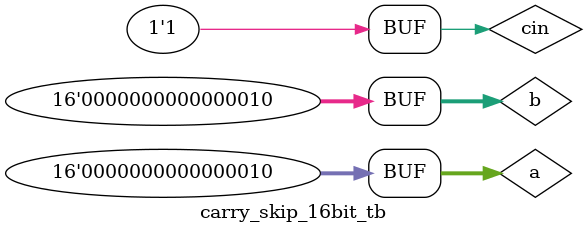
<source format=v>
module carry_skip_16bit(a, b, cin, sum, cout);
input [15:0] a,b;
input cin;
output cout;
output [15:0] sum;
 
wire [2:0] c;
 
carry_skip_4bit csa1(.a(a[3:0]), .b(b[3:0]), .cin(cin), .sum(sum[3:0]), .cout(c[0]));
carry_skip_4bit csa2 (.a(a[7:4]), .b(b[7:4]), .cin(c[0]), .sum(sum[7:4]), .cout(c[1]));
carry_skip_4bit csa3(.a(a[11:8]), .b(b[11:8]), .cin(c[1]), .sum(sum[11:8]), .cout(c[2]));
carry_skip_4bit csa4(.a(a[15:12]), .b(b[15:12]), .cin(c[2]), .sum(sum[15:12]), .cout(cout));
 
endmodule
 
module carry_skip_4bit(a, b, cin, sum, cout);
input [3:0] a,b;
input cin;
output [3:0] sum;
output cout;
wire [3:0] p;
wire c0;
wire bp;
 
ripple_carry_4_bit rca1 (.a(a[3:0]), .b(b[3:0]), .cin(cin), .sum(sum[3:0]), .cout(c0));
generate_p p1(a,b,p,bp);
mux2X1 m0(.in0(c0),.in1(cin),.sel(bp),.out(cout));
 
endmodule
 
module generate_p(a,b,p,bp);
input [3:0] a,b;
output [3:0] p;
output bp;
assign p= a^b;
assign bp= &p;
endmodule
 

module ripple_carry_4_bit(a, b, cin, sum, cout);
input [3:0] a,b;
input cin;
wire c1,c2,c3;
output [3:0] sum;
output cout;
 
full_adder fa0(.a(a[0]), .b(b[0]),.cin(cin), .sum(sum[0]),.cout(c1));
full_adder fa1(.a(a[1]), .b(b[1]), .cin(c1), .sum(sum[1]),.cout(c2));
full_adder fa2(.a(a[2]), .b(b[2]), .cin(c2), .sum(sum[2]),.cout(c3));
full_adder fa3(.a(a[3]), .b(b[3]), .cin(c3), .sum(sum[3]),.cout(cout));
endmodule
 
module full_adder(a,b,cin,sum, cout);
input a,b,cin;
output sum, cout;
wire x,y,z;
half_adder h1(.a(a), .b(b), .sum(x), .cout(y));
half_adder h2(.a(x), .b(cin), .sum(sum), .cout(z));
or or_1(cout,z,y);
endmodule


module half_adder( a,b, sum, cout );
input a,b;
output sum, cout;
xor xor_1 (sum,a,b);
and and_1 (cout,a,b);
endmodule
 

module mux2X1( in0,in1,sel,out);
input in0,in1;
input sel;
output out;
assign out=(sel)?in1:in0;
endmodule


module carry_skip_16bit_tb;
wire [15:0] sum;
wire cout;
reg [15:0] a,b;
reg cin;
 
carry_skip_16bit uut(.a(a),.b(b),.cin(cin),.sum(sum),.cout(cout));
 
initial begin
     a=0; b=0; cin=0;
#10 a= 16'b0000000000000101; b=16'b000000000000101; cin=1'b1;
#10 a= 16'b0000000000011111; b=16'b000000000001100; cin=1'b0;
#10 a= 16'b0000000000011111; b=16'b000000000001100; cin=1'b0;
#10 a= 16'b1100011000011111; b=16'b000000110001100; cin=1'b1;
#10 a= 16'b1111111111111111; b=16'b000000000000000; cin=1'b1;
#10 a =16'b0000000000000001; b=16'b000000000000001; cin=1'b1;
#10 a =16'b0000000000000010; b=16'b000000000000010; cin=1'b1;
end
 
initial
$monitor("time= ", $time, "A=%b, B=&b, Cin=%b : Sum= %b, Cout=%cout",a,b,cin,sum,cout);
endmodule

</source>
